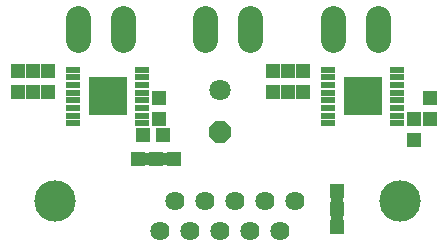
<source format=gts>
G75*
G70*
%OFA0B0*%
%FSLAX24Y24*%
%IPPOS*%
%LPD*%
%AMOC8*
5,1,8,0,0,1.08239X$1,22.5*
%
%ADD10C,0.1379*%
%ADD11C,0.0640*%
%ADD12C,0.0830*%
%ADD13R,0.0470X0.0200*%
%ADD14R,0.1261X0.1261*%
%ADD15R,0.0513X0.0474*%
%ADD16R,0.0474X0.0513*%
%ADD17OC8,0.0710*%
%ADD18C,0.0710*%
%ADD19R,0.0480X0.0480*%
%ADD20R,0.0200X0.0400*%
%ADD21R,0.0400X0.0200*%
D10*
X002274Y002274D03*
X013774Y002274D03*
D11*
X010274Y002274D03*
X009274Y002274D03*
X008274Y002274D03*
X007274Y002274D03*
X006274Y002274D03*
X005774Y001274D03*
X006774Y001274D03*
X007774Y001274D03*
X008774Y001274D03*
X009774Y001274D03*
D12*
X008774Y007649D02*
X008774Y008399D01*
X007274Y008399D02*
X007274Y007649D01*
X004524Y007649D02*
X004524Y008399D01*
X003024Y008399D02*
X003024Y007649D01*
X011524Y007649D02*
X011524Y008399D01*
X013024Y008399D02*
X013024Y007649D01*
D13*
X013673Y006670D03*
X013673Y006414D03*
X013673Y006158D03*
X013673Y005902D03*
X013673Y005646D03*
X013673Y005390D03*
X013673Y005134D03*
X013673Y004878D03*
X011375Y004878D03*
X011375Y005134D03*
X011375Y005390D03*
X011375Y005646D03*
X011375Y005902D03*
X011375Y006158D03*
X011375Y006414D03*
X011375Y006670D03*
X005173Y006670D03*
X005173Y006414D03*
X005173Y006158D03*
X005173Y005902D03*
X005173Y005646D03*
X005173Y005390D03*
X005173Y005134D03*
X005173Y004878D03*
X002875Y004878D03*
X002875Y005134D03*
X002875Y005390D03*
X002875Y005646D03*
X002875Y005902D03*
X002875Y006158D03*
X002875Y006414D03*
X002875Y006670D03*
D14*
X004024Y005774D03*
X012524Y005774D03*
D15*
X014224Y005009D03*
X014774Y005039D03*
X014774Y005709D03*
X014224Y004339D03*
X005724Y005039D03*
X005724Y005709D03*
D16*
X005859Y004474D03*
X005189Y004474D03*
X002024Y005939D03*
X001524Y005939D03*
X001024Y005939D03*
X001024Y006609D03*
X001524Y006609D03*
X002024Y006609D03*
X009524Y006609D03*
X010024Y006609D03*
X010524Y006609D03*
X010524Y005939D03*
X010024Y005939D03*
X009524Y005939D03*
D17*
X007774Y004574D03*
D18*
X007774Y005974D03*
D19*
X006224Y003674D03*
X005624Y003674D03*
X005024Y003674D03*
X011674Y002624D03*
X011674Y002024D03*
X011674Y001424D03*
D20*
X005924Y003674D03*
X005324Y003674D03*
D21*
X011674Y002324D03*
X011674Y001724D03*
M02*

</source>
